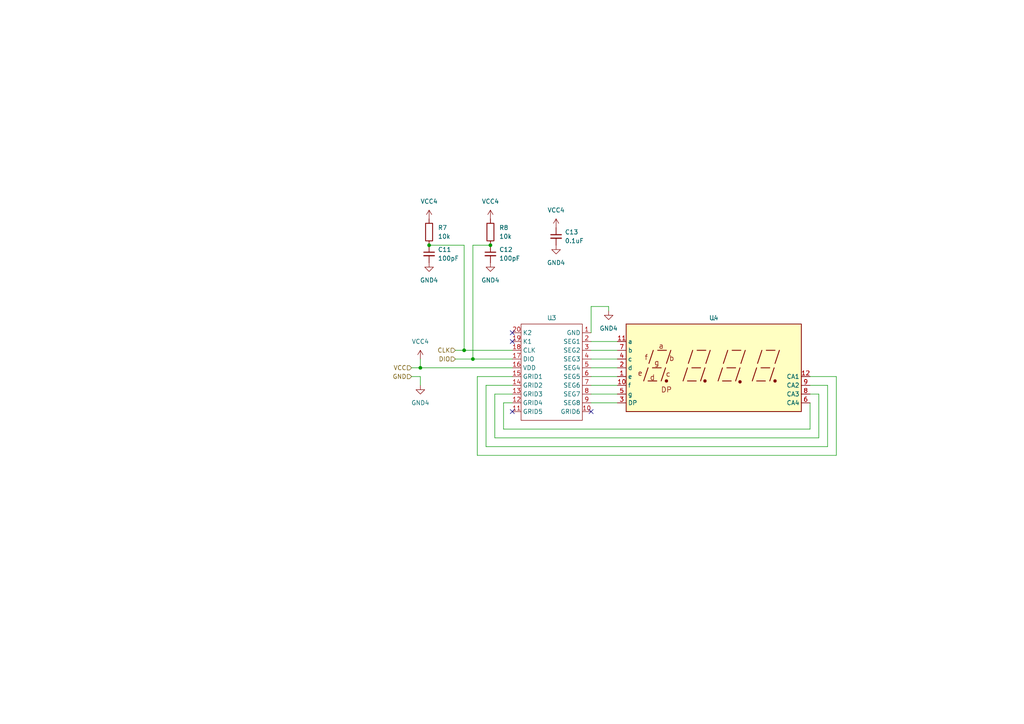
<source format=kicad_sch>
(kicad_sch (version 20231120) (generator "eeschema") (generator_version "8.0")
  (paper "A4")
  (lib_symbols
    (symbol "CoffeeLib:7_segment"
      (property "Reference" "U" (at 0 0 0))
      (symbol "7_segment_0_0"
        (rectangle (start -25.4 13.97) (end 25.4 -11.43) (stroke (width 0.254)) (fill (type background)))
        (polyline (pts (xy -20.32 -2.54) (xy -19.05 1.27)) (stroke (width 0.254)))
        (polyline (pts (xy -19.05 -2.54) (xy -16.51 -2.54)) (stroke (width 0.254)))
        (polyline (pts (xy -18.796 2.54) (xy -17.526 6.35)) (stroke (width 0.254)))
        (polyline (pts (xy -17.78 1.27) (xy -15.24 1.27)) (stroke (width 0.254)))
        (polyline (pts (xy -16.256 6.35) (xy -13.716 6.35)) (stroke (width 0.254)))
        (polyline (pts (xy -15.24 -2.54) (xy -13.97 1.27)) (stroke (width 0.254)))
        (polyline (pts (xy -13.716 2.54) (xy -12.446 6.35)) (stroke (width 0.254)))
        (polyline (pts (xy -8.89 -2.54) (xy -7.62 1.27)) (stroke (width 0.254)))
        (polyline (pts (xy -7.62 -2.54) (xy -5.08 -2.54)) (stroke (width 0.254)))
        (polyline (pts (xy -7.366 2.54) (xy -6.096 6.35)) (stroke (width 0.254)))
        (polyline (pts (xy -6.35 1.27) (xy -3.81 1.27)) (stroke (width 0.254)))
        (polyline (pts (xy -4.826 6.35) (xy -2.286 6.35)) (stroke (width 0.254)))
        (polyline (pts (xy -3.81 -2.54) (xy -2.54 1.27)) (stroke (width 0.254)))
        (polyline (pts (xy -2.286 2.54) (xy -1.016 6.35)) (stroke (width 0.254)))
        (polyline (pts (xy 1.27 -2.54) (xy 2.54 1.27)) (stroke (width 0.254)))
        (polyline (pts (xy 2.54 -2.54) (xy 5.08 -2.54)) (stroke (width 0.254)))
        (polyline (pts (xy 2.794 2.54) (xy 4.064 6.35)) (stroke (width 0.254)))
        (polyline (pts (xy 3.81 1.27) (xy 6.35 1.27)) (stroke (width 0.254)))
        (polyline (pts (xy 5.334 6.35) (xy 7.874 6.35)) (stroke (width 0.254)))
        (polyline (pts (xy 6.35 -2.54) (xy 7.62 1.27)) (stroke (width 0.254)))
        (polyline (pts (xy 7.874 2.54) (xy 9.144 6.35)) (stroke (width 0.254)))
        (polyline (pts (xy 11.176 -2.54) (xy 12.446 1.27)) (stroke (width 0.254)))
        (polyline (pts (xy 12.446 -2.54) (xy 14.986 -2.54)) (stroke (width 0.254)))
        (polyline (pts (xy 12.7 2.54) (xy 13.97 6.35)) (stroke (width 0.254)))
        (polyline (pts (xy 13.716 1.27) (xy 16.256 1.27)) (stroke (width 0.254)))
        (polyline (pts (xy 15.24 6.35) (xy 17.78 6.35)) (stroke (width 0.254)))
        (polyline (pts (xy 16.256 -2.54) (xy 17.526 1.27)) (stroke (width 0.254)))
        (polyline (pts (xy 17.78 2.54) (xy 19.05 6.35)) (stroke (width 0.254)))
        (text "a" (at -15.24 7.62 0) (effects (font (size 1.524 1.524))))
        (text "b" (at -12.192 4.064 0) (effects (font (size 1.524 1.524))))
        (text "c" (at -13.208 -0.508 0) (effects (font (size 1.524 1.524))))
        (text "d" (at -17.78 -1.524 0) (effects (font (size 1.524 1.524))))
        (text "e" (at -21.336 -0.254 0) (effects (font (size 1.524 1.524))))
        (text "f" (at -19.558 4.318 0) (effects (font (size 1.524 1.524))))
        (text "g" (at -16.51 2.794 0) (effects (font (size 1.524 1.524))))
      )
      (symbol "7_segment_0_1"
        (circle (center -13.716 -2.54) (radius 0.3556) (stroke (width 0.254)) (fill (type outline)))
        (circle (center -2.54 -2.54) (radius 0.3556) (stroke (width 0.254)) (fill (type outline)))
      )
      (symbol "7_segment_1_0"
        (circle (center 7.62 -2.794) (radius 0.3556) (stroke (width 0.254)) (fill (type outline)))
        (circle (center 17.78 -2.54) (radius 0.3556) (stroke (width 0.254)) (fill (type outline)))
        (text "DP" (at -13.716 -5.08 0) (effects (font (size 1.524 1.524))))
      )
      (symbol "7_segment_1_1"
        (pin input line (at -27.94 -1.27 0) (length 2.54) (name "e") (number "1"))
        (pin input line (at -27.94 -3.81 0) (length 2.54) (name "f") (number "10"))
        (pin input line (at -27.94 8.89 0) (length 2.54) (name "a") (number "11"))
        (pin input line (at 27.94 -1.27 180) (length 2.54) (name "CA1") (number "12"))
        (pin input line (at -27.94 1.27 0) (length 2.54) (name "d") (number "2"))
        (pin input line (at -27.94 -8.89 0) (length 2.54) (name "DP") (number "3"))
        (pin input line (at -27.94 3.81 0) (length 2.54) (name "c") (number "4"))
        (pin input line (at -27.94 -6.35 0) (length 2.54) (name "g") (number "5"))
        (pin input line (at 27.94 -8.89 180) (length 2.54) (name "CA4") (number "6"))
        (pin input line (at -27.94 6.35 0) (length 2.54) (name "b") (number "7"))
        (pin input line (at 27.94 -6.35 180) (length 2.54) (name "CA3") (number "8"))
        (pin input line (at 27.94 -3.81 180) (length 2.54) (name "CA2") (number "9"))
      )
    )
    (symbol "CoffeeLib:TM1637"
      (property "Reference" "U" (at 0 0 0))
      (symbol "TM1637_0_1"
        (rectangle (start -8.89 13.97) (end 8.89 -13.97))
      )
      (symbol "TM1637_1_1"
        (pin power_in line (at -11.43 11.43 0) (length 2.54) (name "GND") (number "1"))
        (pin output line (at -11.43 -11.43 0) (length 2.54) (name "GRID6") (number "10"))
        (pin output line (at 11.43 -11.43 180) (length 2.54) (name "GRID5") (number "11"))
        (pin output line (at 11.43 -8.89 180) (length 2.54) (name "GRID4") (number "12"))
        (pin output line (at 11.43 -6.35 180) (length 2.54) (name "GRID3") (number "13"))
        (pin output line (at 11.43 -3.81 180) (length 2.54) (name "GRID2") (number "14"))
        (pin output line (at 11.43 -1.27 180) (length 2.54) (name "GRID1") (number "15"))
        (pin power_in line (at 11.43 1.27 180) (length 2.54) (name "VDD") (number "16"))
        (pin bidirectional line (at 11.43 3.81 180) (length 2.54) (name "DIO") (number "17"))
        (pin bidirectional line (at 11.43 6.35 180) (length 2.54) (name "CLK") (number "18"))
        (pin input line (at 11.43 8.89 180) (length 2.54) (name "K1") (number "19"))
        (pin output line (at -11.43 8.89 0) (length 2.54) (name "SEG1") (number "2"))
        (pin input line (at 11.43 11.43 180) (length 2.54) (name "K2") (number "20"))
        (pin output line (at -11.43 6.35 0) (length 2.54) (name "SEG2") (number "3"))
        (pin output line (at -11.43 3.81 0) (length 2.54) (name "SEG3") (number "4"))
        (pin output line (at -11.43 1.27 0) (length 2.54) (name "SEG4") (number "5"))
        (pin output line (at -11.43 -1.27 0) (length 2.54) (name "SEG5") (number "6"))
        (pin output line (at -11.43 -3.81 0) (length 2.54) (name "SEG6") (number "7"))
        (pin output line (at -11.43 -6.35 0) (length 2.54) (name "SEG7") (number "8"))
        (pin output line (at -11.43 -8.89 0) (length 2.54) (name "SEG8") (number "9"))
      )
    )
    (symbol "Device:C_Small" (pin_numbers hide) (pin_names (offset 0.254) hide)
      (property "Reference" "C" (at 0.254 1.778 0))
      (property "Value" "C_Small" (at 0.254 -2.032 0))
      (symbol "C_Small_0_1"
        (polyline (pts (xy -1.524 -0.508) (xy 1.524 -0.508)) (stroke (width 0.3302)))
        (polyline (pts (xy -1.524 0.508) (xy 1.524 0.508)) (stroke (width 0.3048)))
      )
      (symbol "C_Small_1_1"
        (pin passive line (at 0 2.54 270) (length 2.032) (name "~") (number "1"))
        (pin passive line (at 0 -2.54 90) (length 2.032) (name "~") (number "2"))
      )
    )
    (symbol "Device:R" (pin_numbers hide) (pin_names (offset 0))
      (property "Reference" "R" (at 2.032 0 90))
      (property "Value" "R" (at 0 0 90))
      (symbol "R_0_1"
        (rectangle (start -1.016 -2.54) (end 1.016 2.54) (stroke (width 0.254)))
      )
      (symbol "R_1_1"
        (pin passive line (at 0 3.81 270) (length 1.27) (name "~") (number "1"))
        (pin passive line (at 0 -3.81 90) (length 1.27) (name "~") (number "2"))
      )
    )
    (symbol "power:GND" (power) (pin_names (offset 0))
      (property "Value" "GND" (at 0 -3.81 0))
      (symbol "GND_0_1"
        (polyline (pts (xy 0 0) (xy 0 -1.27) (xy 1.27 -1.27) (xy 0 -2.54) (xy -1.27 -1.27) (xy 0 -1.27)))
      )
      (symbol "GND_1_1"
        (pin power_in line (at 0 0 270) (length 0) hide (name "GND") (number "1"))
      )
    )
    (symbol "power:VCC" (power) (pin_names (offset 0))
      (property "Value" "VCC" (at 0 3.81 0))
      (symbol "VCC_0_1"
        (polyline (pts (xy -0.762 1.27) (xy 0 2.54)))
        (polyline (pts (xy 0 0) (xy 0 2.54)))
        (polyline (pts (xy 0 2.54) (xy 0.762 1.27)))
      )
      (symbol "VCC_1_1"
        (pin power_in line (at 0 0 90) (length 0) hide (name "VCC") (number "1"))
      )
    )
  )
  (junction (at 134.62 101.6))
  (junction (at 142.24 71.12))
  (junction (at 121.92 106.68))
  (junction (at 124.46 71.12))
  (junction (at 137.16 104.14))
  (no_connect (at 148.59 96.52))
  (no_connect (at 148.59 119.38))
  (no_connect (at 148.59 99.06))
  (no_connect (at 171.45 119.38))
  (wire (pts (xy 171.45 111.76) (xy 179.07 111.76)))
  (wire (pts (xy 119.38 109.22) (xy 121.92 109.22)))
  (wire (pts (xy 240.03 111.76) (xy 234.95 111.76)))
  (wire (pts (xy 132.08 101.6) (xy 134.62 101.6)))
  (wire (pts (xy 171.45 99.06) (xy 179.07 99.06)))
  (wire (pts (xy 134.62 101.6) (xy 148.59 101.6)))
  (wire (pts (xy 148.59 116.84) (xy 146.05 116.84)))
  (wire (pts (xy 124.46 71.12) (xy 134.62 71.12)))
  (wire (pts (xy 237.49 127) (xy 237.49 114.3)))
  (wire (pts (xy 148.59 114.3) (xy 143.51 114.3)))
  (wire (pts (xy 140.97 111.76) (xy 140.97 129.54)))
  (wire (pts (xy 140.97 129.54) (xy 240.03 129.54)))
  (wire (pts (xy 134.62 71.12) (xy 134.62 101.6)))
  (wire (pts (xy 171.45 116.84) (xy 179.07 116.84)))
  (wire (pts (xy 242.57 109.22) (xy 234.95 109.22)))
  (wire (pts (xy 171.45 114.3) (xy 179.07 114.3)))
  (wire (pts (xy 146.05 116.84) (xy 146.05 124.46)))
  (wire (pts (xy 119.38 106.68) (xy 121.92 106.68)))
  (wire (pts (xy 171.45 101.6) (xy 179.07 101.6)))
  (wire (pts (xy 171.45 104.14) (xy 179.07 104.14)))
  (wire (pts (xy 171.45 88.9) (xy 171.45 96.52)))
  (wire (pts (xy 242.57 132.08) (xy 242.57 109.22)))
  (wire (pts (xy 171.45 106.68) (xy 179.07 106.68)))
  (wire (pts (xy 237.49 114.3) (xy 234.95 114.3)))
  (wire (pts (xy 121.92 111.76) (xy 121.92 109.22)))
  (wire (pts (xy 137.16 104.14) (xy 148.59 104.14)))
  (wire (pts (xy 143.51 114.3) (xy 143.51 127)))
  (wire (pts (xy 138.43 109.22) (xy 138.43 132.08)))
  (wire (pts (xy 138.43 132.08) (xy 242.57 132.08)))
  (wire (pts (xy 132.08 104.14) (xy 137.16 104.14)))
  (wire (pts (xy 176.53 88.9) (xy 176.53 90.17)))
  (wire (pts (xy 148.59 111.76) (xy 140.97 111.76)))
  (wire (pts (xy 142.24 71.12) (xy 137.16 71.12)))
  (wire (pts (xy 171.45 109.22) (xy 179.07 109.22)))
  (wire (pts (xy 146.05 124.46) (xy 234.95 124.46)))
  (wire (pts (xy 137.16 71.12) (xy 137.16 104.14)))
  (wire (pts (xy 234.95 124.46) (xy 234.95 116.84)))
  (wire (pts (xy 121.92 106.68) (xy 148.59 106.68)))
  (wire (pts (xy 240.03 129.54) (xy 240.03 111.76)))
  (wire (pts (xy 171.45 88.9) (xy 176.53 88.9)))
  (wire (pts (xy 143.51 127) (xy 237.49 127)))
  (wire (pts (xy 148.59 109.22) (xy 138.43 109.22)))
  (wire (pts (xy 121.92 106.68) (xy 121.92 104.14)))
  (hierarchical_label "CLK" (shape input) (at 132.08 101.6 180))
  (hierarchical_label "DIO" (shape input) (at 132.08 104.14 180))
  (hierarchical_label "GND" (shape input) (at 119.38 109.22 180))
  (hierarchical_label "VCC" (shape input) (at 119.38 106.68 180))
  (symbol (lib_id "CoffeeLib:7_segment") (at 207.01 107.95 0) (unit 1)
    (property "Reference" "U4" (at 207.01 92.202 0))
    (property "Value" "~" (at 207.01 92.71 0))
    (property "Footprint" "CoffeeLib:7_segment" (effects (hide yes)))
    (instances (project "coffee-scales" (path "" (reference "U4") (unit 1)) (path "" (reference "U6") (unit 1))))
  )
  (symbol (lib_id "power:VCC") (at 124.46 63.5 0) (unit 1)
    (property "Reference" "#PWR043" (effects (hide yes)))
    (property "Value" "VCC4" (at 124.46 58.42 0))
    (property "Description" "Power symbol creates a global label with name \"VCC\"" (effects (hide yes)))
    (instances (project "coffee-scales" (path "" (reference "#PWR043") (unit 1)) (path "" (reference "#PWR049") (unit 1))))
  )
  (symbol (lib_id "power:VCC") (at 142.24 63.5 0) (unit 1)
    (property "Reference" "#PWR053" (effects (hide yes)))
    (property "Value" "VCC4" (at 142.24 58.42 0))
    (property "Description" "Power symbol creates a global label with name \"VCC\"" (effects (hide yes)))
    (instances (project "coffee-scales" (path "" (reference "#PWR053") (unit 1)) (path "" (reference "#PWR051") (unit 1))))
  )
  (symbol (lib_id "Device:R") (at 142.24 67.31 0) (unit 1)
    (property "Reference" "R8" (at 144.78 66.0399 0) (effects (justify left)))
    (property "Value" "10k" (at 144.78 68.5799 0) (effects (justify left)))
    (property "Footprint" "Resistor_SMD:R_0603_1608Metric" (effects (hide yes)))
    (property "Description" "Resistor" (effects (hide yes)))
    (instances (project "coffee-scales" (path "" (reference "R8") (unit 1)) (path "" (reference "R10") (unit 1))))
  )
  (symbol (lib_id "power:GND") (at 124.46 76.2 0) (unit 1)
    (property "Reference" "#PWR041" (effects (hide yes)))
    (property "Value" "GND4" (at 124.46 81.28 0))
    (property "Description" "Power symbol creates a global label with name \"GND\" , ground" (effects (hide yes)))
    (instances (project "coffee-scales" (path "" (reference "#PWR041") (unit 1)) (path "" (reference "#PWR050") (unit 1))))
  )
  (symbol (lib_id "Device:R") (at 124.46 67.31 0) (unit 1)
    (property "Reference" "R7" (at 127 66.0399 0) (effects (justify left)))
    (property "Value" "10k" (at 127 68.5799 0) (effects (justify left)))
    (property "Footprint" "Resistor_SMD:R_0603_1608Metric" (effects (hide yes)))
    (property "Description" "Resistor" (effects (hide yes)))
    (instances (project "coffee-scales" (path "" (reference "R7") (unit 1)) (path "" (reference "R9") (unit 1))))
  )
  (symbol (lib_id "Device:C_Small") (at 142.24 73.66 0) (unit 1)
    (property "Reference" "C12" (at 144.78 72.3962 0) (effects (justify left)))
    (property "Value" "100pF" (at 144.78 74.9362 0) (effects (justify left)))
    (property "Footprint" "Capacitor_SMD:C_0603_1608Metric" (effects (hide yes)))
    (property "Description" "Unpolarized capacitor, small symbol" (effects (hide yes)))
    (instances (project "coffee-scales" (path "" (reference "C12") (unit 1)) (path "" (reference "C14") (unit 1))))
  )
  (symbol (lib_id "Device:C_Small") (at 124.46 73.66 0) (unit 1)
    (property "Reference" "C11" (at 127 72.3962 0) (effects (justify left)))
    (property "Value" "100pF" (at 127 74.9362 0) (effects (justify left)))
    (property "Footprint" "Capacitor_SMD:C_0603_1608Metric" (effects (hide yes)))
    (property "Description" "Unpolarized capacitor, small symbol" (effects (hide yes)))
    (instances (project "coffee-scales" (path "" (reference "C11") (unit 1)) (path "" (reference "C15") (unit 1))))
  )
  (symbol (lib_id "power:GND") (at 121.92 111.76 0) (unit 1)
    (property "Reference" "#PWR046" (effects (hide yes)))
    (property "Value" "GND4" (at 121.92 116.84 0))
    (property "Description" "Power symbol creates a global label with name \"GND\" , ground" (effects (hide yes)))
    (instances (project "coffee-scales" (path "" (reference "#PWR046") (unit 1)) (path "" (reference "#PWR039") (unit 1))))
  )
  (symbol (lib_id "power:GND") (at 176.53 90.17 0) (unit 1)
    (property "Reference" "#PWR048" (effects (hide yes)))
    (property "Value" "GND4" (at 176.53 95.25 0))
    (property "Description" "Power symbol creates a global label with name \"GND\" , ground" (effects (hide yes)))
    (instances (project "coffee-scales" (path "" (reference "#PWR048") (unit 1)) (path "" (reference "#PWR057") (unit 1))))
  )
  (symbol (lib_id "power:GND") (at 161.29 71.12 0) (unit 1)
    (property "Reference" "#PWR056" (effects (hide yes)))
    (property "Value" "GND4" (at 161.29 76.2 0))
    (property "Description" "Power symbol creates a global label with name \"GND\" , ground" (effects (hide yes)))
    (instances (project "coffee-scales" (path "" (reference "#PWR056") (unit 1)) (path "" (reference "#PWR055") (unit 1))))
  )
  (symbol (lib_id "power:VCC") (at 161.29 66.04 0) (unit 1)
    (property "Reference" "#PWR040" (effects (hide yes)))
    (property "Value" "VCC4" (at 161.29 60.96 0))
    (property "Description" "Power symbol creates a global label with name \"VCC\"" (effects (hide yes)))
    (instances (project "coffee-scales" (path "" (reference "#PWR040") (unit 1)) (path "" (reference "#PWR054") (unit 1))))
  )
  (symbol (lib_id "CoffeeLib:TM1637") (at 160.02 107.95 0) (mirror y) (unit 1)
    (property "Reference" "U3" (at 160.02 92.202 0))
    (property "Value" "~" (at 160.02 92.71 0))
    (property "Footprint" "CoffeeLib:SOP-20_7.5x12.8mm_P1.27mm_3d" (effects (hide yes)))
    (instances (project "coffee-scales" (path "" (reference "U3") (unit 1)) (path "" (reference "U5") (unit 1))))
  )
  (symbol (lib_id "power:VCC") (at 121.92 104.14 0) (unit 1)
    (property "Reference" "#PWR047" (effects (hide yes)))
    (property "Value" "VCC4" (at 121.92 99.06 0))
    (property "Description" "Power symbol creates a global label with name \"VCC\"" (effects (hide yes)))
    (instances (project "coffee-scales" (path "" (reference "#PWR047") (unit 1)) (path "" (reference "#PWR038") (unit 1))))
  )
  (symbol (lib_id "power:GND") (at 142.24 76.2 0) (unit 1)
    (property "Reference" "#PWR042" (effects (hide yes)))
    (property "Value" "GND4" (at 142.24 81.28 0))
    (property "Description" "Power symbol creates a global label with name \"GND\" , ground" (effects (hide yes)))
    (instances (project "coffee-scales" (path "" (reference "#PWR042") (unit 1)) (path "" (reference "#PWR052") (unit 1))))
  )
  (symbol (lib_id "Device:C_Small") (at 161.29 68.58 0) (unit 1)
    (property "Reference" "C13" (at 163.83 67.3162 0) (effects (justify left)))
    (property "Value" "0.1uF" (at 163.83 69.8562 0) (effects (justify left)))
    (property "Footprint" "Capacitor_SMD:C_0603_1608Metric" (effects (hide yes)))
    (property "Description" "Unpolarized capacitor, small symbol" (effects (hide yes)))
    (instances (project "coffee-scales" (path "" (reference "C13") (unit 1)) (path "" (reference "C16") (unit 1))))
  )
)
</source>
